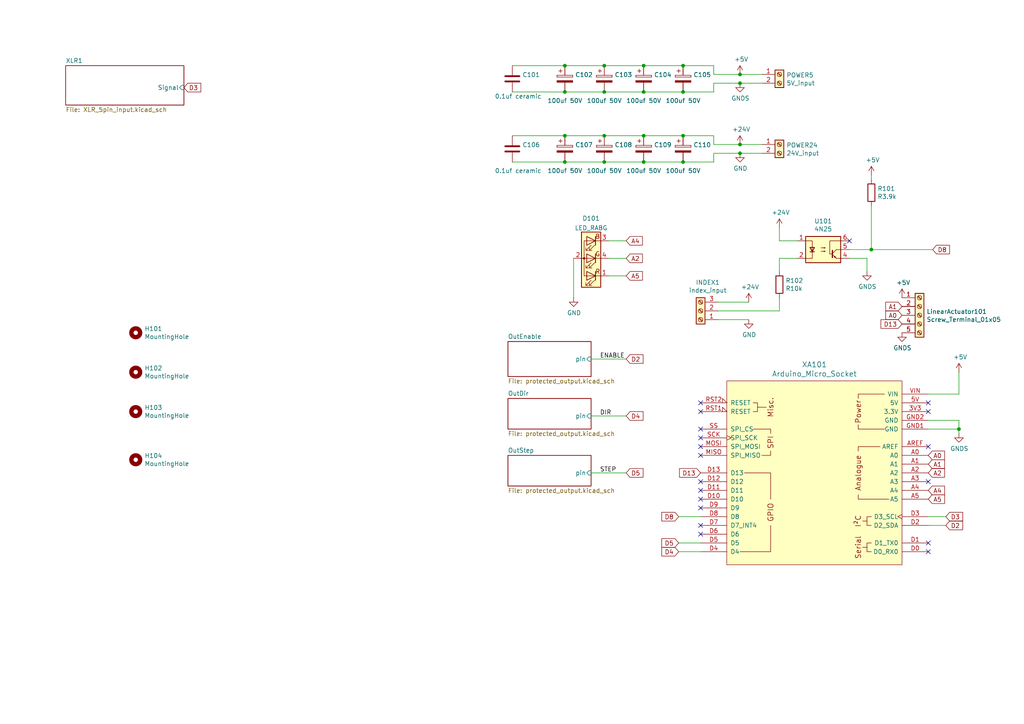
<source format=kicad_sch>
(kicad_sch (version 20210621) (generator eeschema)
  (paper "A4")
  (lib_symbols
    (symbol "Connector:Screw_Terminal_01x02" (pin_names (offset 1.016) hide)
      (property "Reference" "J" (at 0 2.54 0))
      (property "Value" "Screw_Terminal_01x02" (at 0 -5.08 0))
      (symbol "Screw_Terminal_01x02_1_1"
        (rectangle (start -1.27 1.27) (end 1.27 -3.81) (stroke (width 0.254)) (fill (type background)))
        (circle (center 0 -2.54) (radius 0.635) (stroke (width 0.1524)) (stroke (width 0.1524)))
        (polyline (pts (xy -0.5334 -2.2098) (xy 0.3302 -3.048)) (stroke (width 0.1524)))
        (polyline (pts (xy -0.5334 0.3302) (xy 0.3302 -0.508)) (stroke (width 0.1524)))
        (polyline (pts (xy -0.3556 -2.032) (xy 0.508 -2.8702)) (stroke (width 0.1524)))
        (polyline (pts (xy -0.3556 0.508) (xy 0.508 -0.3302)) (stroke (width 0.1524)))
        (circle (center 0 0) (radius 0.635) (stroke (width 0.1524)) (stroke (width 0.1524)))
        (pin passive line (at -5.08 0 0) (length 3.81) (name "Pin_1") (number "1"))
        (pin passive line (at -5.08 -2.54 0) (length 3.81) (name "Pin_2") (number "2"))
      )
    )
    (symbol "Connector:Screw_Terminal_01x03" (pin_names (offset 1.016) hide)
      (property "Reference" "J" (at 0 5.08 0))
      (property "Value" "Screw_Terminal_01x03" (at 0 -5.08 0))
      (symbol "Screw_Terminal_01x03_1_1"
        (rectangle (start -1.27 3.81) (end 1.27 -3.81) (stroke (width 0.254)) (fill (type background)))
        (circle (center 0 -2.54) (radius 0.635) (stroke (width 0.1524)) (stroke (width 0.1524)))
        (polyline (pts (xy -0.5334 -2.2098) (xy 0.3302 -3.048)) (stroke (width 0.1524)))
        (polyline (pts (xy -0.5334 0.3302) (xy 0.3302 -0.508)) (stroke (width 0.1524)))
        (polyline (pts (xy -0.5334 2.8702) (xy 0.3302 2.032)) (stroke (width 0.1524)))
        (polyline (pts (xy -0.3556 -2.032) (xy 0.508 -2.8702)) (stroke (width 0.1524)))
        (polyline (pts (xy -0.3556 0.508) (xy 0.508 -0.3302)) (stroke (width 0.1524)))
        (polyline (pts (xy -0.3556 3.048) (xy 0.508 2.2098)) (stroke (width 0.1524)))
        (circle (center 0 0) (radius 0.635) (stroke (width 0.1524)) (stroke (width 0.1524)))
        (circle (center 0 2.54) (radius 0.635) (stroke (width 0.1524)) (stroke (width 0.1524)))
        (pin passive line (at -5.08 2.54 0) (length 3.81) (name "Pin_1") (number "1"))
        (pin passive line (at -5.08 0 0) (length 3.81) (name "Pin_2") (number "2"))
        (pin passive line (at -5.08 -2.54 0) (length 3.81) (name "Pin_3") (number "3"))
      )
    )
    (symbol "Connector:Screw_Terminal_01x05" (pin_names (offset 1.016) hide)
      (property "Reference" "J" (at 0 7.62 0))
      (property "Value" "Screw_Terminal_01x05" (at 0 -7.62 0))
      (symbol "Screw_Terminal_01x05_1_1"
        (rectangle (start -1.27 6.35) (end 1.27 -6.35) (stroke (width 0.254)) (fill (type background)))
        (circle (center 0 -5.08) (radius 0.635) (stroke (width 0.1524)) (stroke (width 0.1524)))
        (circle (center 0 -2.54) (radius 0.635) (stroke (width 0.1524)) (stroke (width 0.1524)))
        (polyline (pts (xy -0.5334 -4.7498) (xy 0.3302 -5.588)) (stroke (width 0.1524)))
        (polyline (pts (xy -0.5334 -2.2098) (xy 0.3302 -3.048)) (stroke (width 0.1524)))
        (polyline (pts (xy -0.5334 0.3302) (xy 0.3302 -0.508)) (stroke (width 0.1524)))
        (polyline (pts (xy -0.5334 2.8702) (xy 0.3302 2.032)) (stroke (width 0.1524)))
        (polyline (pts (xy -0.5334 5.4102) (xy 0.3302 4.572)) (stroke (width 0.1524)))
        (polyline (pts (xy -0.3556 -4.572) (xy 0.508 -5.4102)) (stroke (width 0.1524)))
        (polyline (pts (xy -0.3556 -2.032) (xy 0.508 -2.8702)) (stroke (width 0.1524)))
        (polyline (pts (xy -0.3556 0.508) (xy 0.508 -0.3302)) (stroke (width 0.1524)))
        (polyline (pts (xy -0.3556 3.048) (xy 0.508 2.2098)) (stroke (width 0.1524)))
        (polyline (pts (xy -0.3556 5.588) (xy 0.508 4.7498)) (stroke (width 0.1524)))
        (circle (center 0 0) (radius 0.635) (stroke (width 0.1524)) (stroke (width 0.1524)))
        (circle (center 0 2.54) (radius 0.635) (stroke (width 0.1524)) (stroke (width 0.1524)))
        (circle (center 0 5.08) (radius 0.635) (stroke (width 0.1524)) (stroke (width 0.1524)))
        (pin passive line (at -5.08 5.08 0) (length 3.81) (name "Pin_1") (number "1"))
        (pin passive line (at -5.08 2.54 0) (length 3.81) (name "Pin_2") (number "2"))
        (pin passive line (at -5.08 0 0) (length 3.81) (name "Pin_3") (number "3"))
        (pin passive line (at -5.08 -2.54 0) (length 3.81) (name "Pin_4") (number "4"))
        (pin passive line (at -5.08 -5.08 0) (length 3.81) (name "Pin_5") (number "5"))
      )
    )
    (symbol "Device:C" (pin_numbers hide) (pin_names (offset 0.254))
      (property "Reference" "C" (at 0.635 2.54 0))
      (property "Value" "C" (at 0.635 -2.54 0))
      (symbol "C_0_1"
        (polyline (pts (xy -2.032 -0.762) (xy 2.032 -0.762)) (stroke (width 0.508)))
        (polyline (pts (xy -2.032 0.762) (xy 2.032 0.762)) (stroke (width 0.508)))
      )
      (symbol "C_1_1"
        (pin passive line (at 0 3.81 270) (length 2.794) (name "~") (number "1"))
        (pin passive line (at 0 -3.81 90) (length 2.794) (name "~") (number "2"))
      )
    )
    (symbol "Device:CP" (pin_numbers hide) (pin_names (offset 0.254))
      (property "Reference" "C" (at 0.635 2.54 0))
      (property "Value" "CP" (at 0.635 -2.54 0))
      (symbol "CP_0_1"
        (rectangle (start -2.286 0.508) (end -2.286 1.016))
        (rectangle (start -2.286 0.508) (end 2.286 0.508))
        (polyline (pts (xy -1.778 2.286) (xy -0.762 2.286)))
        (polyline (pts (xy -1.27 2.794) (xy -1.27 1.778)))
        (rectangle (start 2.286 -0.508) (end -2.286 -1.016) (fill (type outline)))
        (rectangle (start 2.286 1.016) (end -2.286 1.016))
        (rectangle (start 2.286 1.016) (end 2.286 0.508))
      )
      (symbol "CP_1_1"
        (pin passive line (at 0 3.81 270) (length 2.794) (name "~") (number "1"))
        (pin passive line (at 0 -3.81 90) (length 2.794) (name "~") (number "2"))
      )
    )
    (symbol "Device:LED_RABG" (pin_names (offset 0) hide)
      (property "Reference" "D" (at 0 9.398 0))
      (property "Value" "LED_RABG" (at 0 -8.89 0))
      (symbol "LED_RABG_0_0"
        (text "B" (at -1.905 -6.35 0) (effects (font (size 1.27 1.27))))
        (text "G" (at -1.905 -1.27 0) (effects (font (size 1.27 1.27))))
        (text "R" (at -1.905 3.81 0) (effects (font (size 1.27 1.27))))
      )
      (symbol "LED_RABG_0_1"
        (polyline (pts (xy -1.27 -5.08) (xy -2.54 -5.08)))
        (polyline (pts (xy -1.27 -5.08) (xy 1.27 -5.08)))
        (polyline (pts (xy -1.27 -3.81) (xy -1.27 -6.35)))
        (polyline (pts (xy -1.27 -3.81) (xy -1.27 -6.35)) (stroke (width 0.2032)))
        (polyline (pts (xy -1.27 0) (xy -2.54 0)))
        (polyline (pts (xy -1.27 0) (xy 1.27 0)))
        (polyline (pts (xy -1.27 1.27) (xy -1.27 -1.27)) (stroke (width 0.2032)))
        (polyline (pts (xy -1.27 5.08) (xy -2.54 5.08)))
        (polyline (pts (xy -1.27 6.35) (xy -1.27 3.81)) (stroke (width 0.2032)))
        (polyline (pts (xy 1.27 0) (xy 2.54 0)))
        (polyline (pts (xy 1.27 5.08) (xy -1.27 5.08)))
        (polyline (pts (xy -1.27 1.27) (xy -1.27 -1.27) (xy -1.27 -1.27)))
        (polyline (pts (xy -1.27 6.35) (xy -1.27 3.81) (xy -1.27 3.81)))
        (polyline (pts (xy 1.27 -5.08) (xy 2.032 -5.08) (xy 2.032 5.08) (xy 1.27 5.08)))
        (polyline (pts (xy 1.27 -3.81) (xy 1.27 -6.35) (xy -1.27 -5.08) (xy 1.27 -3.81)) (stroke (width 0.2032)))
        (polyline (pts (xy 1.27 1.27) (xy 1.27 -1.27) (xy -1.27 0) (xy 1.27 1.27)) (stroke (width 0.2032)))
        (polyline (pts (xy 1.27 6.35) (xy 1.27 3.81) (xy -1.27 5.08) (xy 1.27 6.35)) (stroke (width 0.2032)))
        (polyline (pts (xy -1.016 -3.81) (xy 0.508 -2.286) (xy -0.254 -2.286) (xy 0.508 -2.286) (xy 0.508 -3.048)))
        (polyline (pts (xy -1.016 1.27) (xy 0.508 2.794) (xy -0.254 2.794) (xy 0.508 2.794) (xy 0.508 2.032)))
        (polyline (pts (xy -1.016 6.35) (xy 0.508 7.874) (xy -0.254 7.874) (xy 0.508 7.874) (xy 0.508 7.112)))
        (polyline (pts (xy 0 -3.81) (xy 1.524 -2.286) (xy 0.762 -2.286) (xy 1.524 -2.286) (xy 1.524 -3.048)))
        (polyline (pts (xy 0 1.27) (xy 1.524 2.794) (xy 0.762 2.794) (xy 1.524 2.794) (xy 1.524 2.032)))
        (polyline (pts (xy 0 6.35) (xy 1.524 7.874) (xy 0.762 7.874) (xy 1.524 7.874) (xy 1.524 7.112)))
        (rectangle (start 1.27 -1.27) (end 1.27 1.27))
        (rectangle (start 1.27 1.27) (end 1.27 1.27))
        (rectangle (start 1.27 3.81) (end 1.27 6.35))
        (rectangle (start 1.27 6.35) (end 1.27 6.35))
        (circle (center 2.032 0) (radius 0.254) (fill (type outline)))
        (rectangle (start 2.794 8.382) (end -2.794 -7.62) (stroke (width 0.254)) (fill (type background)))
      )
      (symbol "LED_RABG_1_1"
        (pin passive line (at -5.08 5.08 0) (length 2.54) (name "RK") (number "1"))
        (pin passive line (at 5.08 0 180) (length 2.54) (name "A") (number "2"))
        (pin passive line (at -5.08 -5.08 0) (length 2.54) (name "BK") (number "3"))
        (pin passive line (at -5.08 0 0) (length 2.54) (name "GK") (number "4"))
      )
    )
    (symbol "Device:R" (pin_numbers hide) (pin_names (offset 0))
      (property "Reference" "R" (at 2.032 0 90))
      (property "Value" "R" (at 0 0 90))
      (symbol "R_0_1"
        (rectangle (start -1.016 -2.54) (end 1.016 2.54) (stroke (width 0.254)))
      )
      (symbol "R_1_1"
        (pin passive line (at 0 3.81 270) (length 1.27) (name "~") (number "1"))
        (pin passive line (at 0 -3.81 90) (length 1.27) (name "~") (number "2"))
      )
    )
    (symbol "Isolator:4N25" (pin_names (offset 1.016))
      (property "Reference" "U" (at -5.08 5.08 0))
      (property "Value" "4N25" (at 0 5.08 0))
      (symbol "4N25_0_1"
        (rectangle (start -5.08 3.81) (end 5.08 -3.81) (stroke (width 0.254)) (fill (type background)))
        (polyline (pts (xy -3.81 -0.635) (xy -2.54 -0.635)) (stroke (width 0.254)))
        (polyline (pts (xy 2.667 -1.397) (xy 3.81 -2.54)))
        (polyline (pts (xy 2.667 -1.143) (xy 3.81 0)))
        (polyline (pts (xy 3.81 -2.54) (xy 5.08 -2.54)))
        (polyline (pts (xy 3.81 0) (xy 5.08 0)))
        (polyline (pts (xy 2.667 -0.254) (xy 2.667 -2.286) (xy 2.667 -2.286)) (stroke (width 0.3556)))
        (polyline (pts (xy -5.08 -2.54) (xy -3.175 -2.54) (xy -3.175 2.54) (xy -5.08 2.54)))
        (polyline (pts (xy -3.175 -0.635) (xy -3.81 0.635) (xy -2.54 0.635) (xy -3.175 -0.635)) (stroke (width 0.254)))
        (polyline (pts (xy 3.683 -2.413) (xy 3.429 -1.905) (xy 3.175 -2.159) (xy 3.683 -2.413)))
        (polyline (pts (xy 5.08 2.54) (xy 1.905 2.54) (xy 1.905 -1.27) (xy 2.54 -1.27)))
        (polyline (pts (xy -0.635 -0.508) (xy 0.635 -0.508) (xy 0.254 -0.635) (xy 0.254 -0.381) (xy 0.635 -0.508)))
        (polyline (pts (xy -0.635 0.508) (xy 0.635 0.508) (xy 0.254 0.381) (xy 0.254 0.635) (xy 0.635 0.508)))
      )
      (symbol "4N25_1_1"
        (pin passive line (at -7.62 2.54 0) (length 2.54) (name "~") (number "1"))
        (pin passive line (at -7.62 -2.54 0) (length 2.54) (name "~") (number "2"))
        (pin no_connect line (at -5.08 0 0) (length 2.54) hide (name "NC") (number "3"))
        (pin passive line (at 7.62 -2.54 180) (length 2.54) (name "~") (number "4"))
        (pin passive line (at 7.62 0 180) (length 2.54) (name "~") (number "5"))
        (pin passive line (at 7.62 2.54 180) (length 2.54) (name "~") (number "6"))
      )
    )
    (symbol "Mechanical:MountingHole" (pin_names (offset 1.016))
      (property "Reference" "H" (at 0 5.08 0))
      (property "Value" "MountingHole" (at 0 3.175 0))
      (symbol "MountingHole_0_1"
        (circle (center 0 0) (radius 1.27) (stroke (width 1.27)) (stroke (width 1.27)))
      )
    )
    (symbol "arduino:Arduino_Micro_Socket" (pin_names (offset 1.016))
      (property "Reference" "XA" (at 2.54 0 90))
      (property "Value" "Arduino_Micro_Socket" (at -2.54 0 90))
      (symbol "Arduino_Micro_Socket_0_0"
        (rectangle (start -25.4 26.67) (end 25.4 -26.67) (fill (type background)))
        (polyline (pts (xy -15.24 13.97) (xy -13.97 13.97)))
        (polyline (pts (xy -15.24 21.59) (xy -13.97 21.59)))
        (polyline (pts (xy 16.51 -19.05) (xy 13.97 -19.05)))
        (polyline (pts (xy -20.32 -22.86) (xy -12.7 -22.86) (xy -12.7 -21.59)))
        (polyline (pts (xy -12.7 -13.97) (xy -12.7 -12.7) (xy -20.32 -12.7)))
        (polyline (pts (xy -12.7 -6.35) (xy -12.7 -7.62) (xy -19.05 -7.62)))
        (polyline (pts (xy -12.7 6.35) (xy -12.7 7.62) (xy -21.59 7.62)))
        (polyline (pts (xy 12.7 -11.43) (xy 12.7 -12.7) (xy 17.78 -12.7)))
        (polyline (pts (xy 12.7 7.62) (xy 12.7 0) (xy 20.32 0)))
        (polyline (pts (xy 15.24 -5.08) (xy 12.7 -5.08) (xy 12.7 -6.35)))
        (polyline (pts (xy 21.59 22.86) (xy 12.7 22.86) (xy 12.7 15.24)))
        (polyline (pts (xy -16.51 15.24) (xy -15.24 15.24) (xy -15.24 12.7) (xy -16.51 12.7)))
        (polyline (pts (xy -16.51 22.86) (xy -15.24 22.86) (xy -15.24 20.32) (xy -16.51 20.32)))
        (text "Analogue" (at -12.7 0 900) (effects (font (size 1.524 1.524))))
        (text "I²C" (at -12.7 13.97 900) (effects (font (size 1.524 1.524))))
        (text "Misc." (at 12.7 -19.05 900) (effects (font (size 1.524 1.524))))
        (text "Power" (at -12.7 -17.78 900) (effects (font (size 1.524 1.524))))
        (text "Serial" (at -12.7 21.59 900) (effects (font (size 1.524 1.524))))
        (text "SPI" (at 12.7 -8.89 900) (effects (font (size 1.524 1.524))))
      )
      (symbol "Arduino_Micro_Socket_0_1"
        (polyline (pts (xy 17.78 -17.78) (xy 16.51 -17.78) (xy 16.51 -20.32) (xy 17.78 -20.32)))
      )
      (symbol "Arduino_Micro_Socket_1_0"
        (text "GPIO" (at 12.7 11.43 900) (effects (font (size 1.524 1.524))))
      )
      (symbol "Arduino_Micro_Socket_1_1"
        (pin power_in line (at -33.02 -17.78 0) (length 7.62) (name "3.3V") (number "3V3"))
        (pin power_in line (at -33.02 -20.32 0) (length 7.62) (name "5V") (number "5V"))
        (pin bidirectional line (at -33.02 -5.08 0) (length 7.62) (name "A0") (number "A0"))
        (pin bidirectional line (at -33.02 -2.54 0) (length 7.62) (name "A1") (number "A1"))
        (pin bidirectional line (at -33.02 0 0) (length 7.62) (name "A2") (number "A2"))
        (pin bidirectional line (at -33.02 2.54 0) (length 7.62) (name "A3") (number "A3"))
        (pin bidirectional line (at -33.02 5.08 0) (length 7.62) (name "A4") (number "A4"))
        (pin bidirectional line (at -33.02 7.62 0) (length 7.62) (name "A5") (number "A5"))
        (pin input line (at -33.02 -7.62 0) (length 7.62) (name "AREF") (number "AREF"))
        (pin bidirectional line (at -33.02 22.86 0) (length 7.62) (name "D0_RX0") (number "D0"))
        (pin bidirectional line (at -33.02 20.32 0) (length 7.62) (name "D1_TX0") (number "D1"))
        (pin bidirectional line (at 33.02 7.62 180) (length 7.62) (name "D10") (number "D10"))
        (pin bidirectional line (at 33.02 5.08 180) (length 7.62) (name "D11") (number "D11"))
        (pin bidirectional line (at 33.02 2.54 180) (length 7.62) (name "D12") (number "D12"))
        (pin bidirectional line (at 33.02 0 180) (length 7.62) (name "D13") (number "D13"))
        (pin bidirectional line (at -33.02 15.24 0) (length 7.62) (name "D2_SDA") (number "D2"))
        (pin bidirectional clock (at -33.02 12.7 0) (length 7.62) (name "D3_SCL") (number "D3"))
        (pin bidirectional line (at 33.02 22.86 180) (length 7.62) (name "D4") (number "D4"))
        (pin bidirectional line (at 33.02 20.32 180) (length 7.62) (name "D5") (number "D5"))
        (pin bidirectional line (at 33.02 17.78 180) (length 7.62) (name "D6") (number "D6"))
        (pin bidirectional line (at 33.02 15.24 180) (length 7.62) (name "D7_INT4") (number "D7"))
        (pin bidirectional line (at 33.02 12.7 180) (length 7.62) (name "D8") (number "D8"))
        (pin bidirectional line (at 33.02 10.16 180) (length 7.62) (name "D9") (number "D9"))
        (pin power_in line (at -33.02 -12.7 0) (length 7.62) (name "GND") (number "GND1"))
        (pin power_in line (at -33.02 -15.24 0) (length 7.62) (name "GND") (number "GND2"))
        (pin input line (at 33.02 -5.08 180) (length 7.62) (name "SPI_MISO") (number "MISO"))
        (pin output line (at 33.02 -7.62 180) (length 7.62) (name "SPI_MOSI") (number "MOSI"))
        (pin open_collector input_low (at 33.02 -17.78 180) (length 7.62) (name "RESET") (number "RST1"))
        (pin open_collector input_low (at 33.02 -20.32 180) (length 7.62) (name "RESET") (number "RST2"))
        (pin output clock (at 33.02 -10.16 180) (length 7.62) (name "SPI_SCK") (number "SCK"))
        (pin bidirectional line (at 33.02 -12.7 180) (length 7.62) (name "SPI_CS") (number "SS"))
        (pin power_in line (at -33.02 -22.86 0) (length 7.62) (name "VIN") (number "VIN"))
      )
    )
    (symbol "power:+24V" (power) (pin_names (offset 0))
      (property "Value" "+24V" (at 0 3.556 0))
      (symbol "+24V_0_1"
        (polyline (pts (xy -0.762 1.27) (xy 0 2.54)))
        (polyline (pts (xy 0 0) (xy 0 2.54)))
        (polyline (pts (xy 0 2.54) (xy 0.762 1.27)))
      )
      (symbol "+24V_1_1"
        (pin power_in line (at 0 0 90) (length 0) hide (name "+24V") (number "1"))
      )
    )
    (symbol "power:+5V" (power) (pin_names (offset 0))
      (property "Value" "+5V" (at 0 3.556 0))
      (symbol "+5V_0_1"
        (polyline (pts (xy -0.762 1.27) (xy 0 2.54)))
        (polyline (pts (xy 0 0) (xy 0 2.54)))
        (polyline (pts (xy 0 2.54) (xy 0.762 1.27)))
      )
      (symbol "+5V_1_1"
        (pin power_in line (at 0 0 90) (length 0) hide (name "+5V") (number "1"))
      )
    )
    (symbol "power:GND" (power) (pin_names (offset 0))
      (property "Value" "GND" (at 0 -3.81 0))
      (symbol "GND_0_1"
        (polyline (pts (xy 0 0) (xy 0 -1.27) (xy 1.27 -1.27) (xy 0 -2.54) (xy -1.27 -1.27) (xy 0 -1.27)))
      )
      (symbol "GND_1_1"
        (pin power_in line (at 0 0 270) (length 0) hide (name "GND") (number "1"))
      )
    )
    (symbol "power:GNDS" (power) (pin_names (offset 0))
      (property "Value" "GNDS" (at 0 -3.81 0))
      (symbol "GNDS_0_1"
        (polyline (pts (xy 0 0) (xy 0 -1.27) (xy 1.27 -1.27) (xy 0 -2.54) (xy -1.27 -1.27) (xy 0 -1.27)))
      )
      (symbol "GNDS_1_1"
        (pin power_in line (at 0 0 270) (length 0) hide (name "GNDS") (number "1"))
      )
    )
  )
  (junction (at 163.83 19.05))
  (junction (at 163.83 26.67))
  (junction (at 163.83 39.37))
  (junction (at 163.83 46.99))
  (junction (at 175.26 19.05))
  (junction (at 175.26 26.67))
  (junction (at 175.26 39.37))
  (junction (at 175.26 46.99))
  (junction (at 186.69 19.05))
  (junction (at 186.69 26.67))
  (junction (at 186.69 39.37))
  (junction (at 186.69 46.99))
  (junction (at 198.12 19.05))
  (junction (at 198.12 26.67))
  (junction (at 198.12 39.37))
  (junction (at 198.12 46.99))
  (junction (at 214.63 21.59))
  (junction (at 214.63 24.13))
  (junction (at 214.63 41.91))
  (junction (at 214.63 44.45))
  (junction (at 252.73 72.39))
  (junction (at 278.13 124.46))
  (no_connect (at 203.2 116.84))
  (no_connect (at 203.2 119.38))
  (no_connect (at 203.2 124.46))
  (no_connect (at 203.2 127))
  (no_connect (at 203.2 129.54))
  (no_connect (at 203.2 132.08))
  (no_connect (at 203.2 139.7))
  (no_connect (at 203.2 142.24))
  (no_connect (at 203.2 144.78))
  (no_connect (at 203.2 147.32))
  (no_connect (at 203.2 152.4))
  (no_connect (at 203.2 154.94))
  (no_connect (at 246.38 69.85))
  (no_connect (at 269.24 116.84))
  (no_connect (at 269.24 119.38))
  (no_connect (at 269.24 129.54))
  (no_connect (at 269.24 139.7))
  (no_connect (at 269.24 157.48))
  (no_connect (at 269.24 160.02))
  (wire (pts (xy 148.59 19.05) (xy 163.83 19.05)))
  (wire (pts (xy 148.59 26.67) (xy 163.83 26.67)))
  (wire (pts (xy 163.83 19.05) (xy 175.26 19.05)))
  (wire (pts (xy 163.83 26.67) (xy 175.26 26.67)))
  (wire (pts (xy 163.83 39.37) (xy 148.59 39.37)))
  (wire (pts (xy 163.83 46.99) (xy 148.59 46.99)))
  (wire (pts (xy 166.37 74.93) (xy 166.37 86.36)))
  (wire (pts (xy 171.45 120.65) (xy 181.61 120.65)))
  (wire (pts (xy 175.26 19.05) (xy 186.69 19.05)))
  (wire (pts (xy 175.26 26.67) (xy 186.69 26.67)))
  (wire (pts (xy 175.26 39.37) (xy 163.83 39.37)))
  (wire (pts (xy 175.26 46.99) (xy 163.83 46.99)))
  (wire (pts (xy 176.53 69.85) (xy 181.61 69.85)))
  (wire (pts (xy 176.53 74.93) (xy 181.61 74.93)))
  (wire (pts (xy 176.53 80.01) (xy 181.61 80.01)))
  (wire (pts (xy 181.61 104.14) (xy 171.45 104.14)))
  (wire (pts (xy 181.61 137.16) (xy 171.45 137.16)))
  (wire (pts (xy 186.69 19.05) (xy 198.12 19.05)))
  (wire (pts (xy 186.69 26.67) (xy 198.12 26.67)))
  (wire (pts (xy 186.69 39.37) (xy 175.26 39.37)))
  (wire (pts (xy 186.69 46.99) (xy 175.26 46.99)))
  (wire (pts (xy 198.12 19.05) (xy 207.01 19.05)))
  (wire (pts (xy 198.12 26.67) (xy 207.01 26.67)))
  (wire (pts (xy 198.12 39.37) (xy 186.69 39.37)))
  (wire (pts (xy 198.12 46.99) (xy 186.69 46.99)))
  (wire (pts (xy 203.2 149.86) (xy 196.85 149.86)))
  (wire (pts (xy 203.2 157.48) (xy 196.85 157.48)))
  (wire (pts (xy 203.2 160.02) (xy 196.85 160.02)))
  (wire (pts (xy 207.01 21.59) (xy 207.01 19.05)))
  (wire (pts (xy 207.01 21.59) (xy 214.63 21.59)))
  (wire (pts (xy 207.01 24.13) (xy 207.01 26.67)))
  (wire (pts (xy 207.01 39.37) (xy 198.12 39.37)))
  (wire (pts (xy 207.01 41.91) (xy 207.01 39.37)))
  (wire (pts (xy 207.01 44.45) (xy 207.01 46.99)))
  (wire (pts (xy 207.01 46.99) (xy 198.12 46.99)))
  (wire (pts (xy 208.28 87.63) (xy 217.17 87.63)))
  (wire (pts (xy 214.63 24.13) (xy 207.01 24.13)))
  (wire (pts (xy 214.63 41.91) (xy 207.01 41.91)))
  (wire (pts (xy 214.63 44.45) (xy 207.01 44.45)))
  (wire (pts (xy 217.17 92.71) (xy 208.28 92.71)))
  (wire (pts (xy 220.98 21.59) (xy 214.63 21.59)))
  (wire (pts (xy 220.98 24.13) (xy 214.63 24.13)))
  (wire (pts (xy 220.98 41.91) (xy 214.63 41.91)))
  (wire (pts (xy 220.98 44.45) (xy 214.63 44.45)))
  (wire (pts (xy 226.06 69.85) (xy 226.06 66.04)))
  (wire (pts (xy 226.06 74.93) (xy 226.06 78.74)))
  (wire (pts (xy 226.06 86.36) (xy 226.06 90.17)))
  (wire (pts (xy 226.06 90.17) (xy 208.28 90.17)))
  (wire (pts (xy 231.14 69.85) (xy 226.06 69.85)))
  (wire (pts (xy 231.14 74.93) (xy 226.06 74.93)))
  (wire (pts (xy 246.38 72.39) (xy 252.73 72.39)))
  (wire (pts (xy 246.38 74.93) (xy 251.46 74.93)))
  (wire (pts (xy 251.46 74.93) (xy 251.46 78.74)))
  (wire (pts (xy 252.73 50.8) (xy 252.73 52.07)))
  (wire (pts (xy 252.73 72.39) (xy 252.73 59.69)))
  (wire (pts (xy 252.73 72.39) (xy 270.51 72.39)))
  (wire (pts (xy 269.24 121.92) (xy 278.13 121.92)))
  (wire (pts (xy 269.24 124.46) (xy 278.13 124.46)))
  (wire (pts (xy 269.24 152.4) (xy 274.32 152.4)))
  (wire (pts (xy 274.32 149.86) (xy 269.24 149.86)))
  (wire (pts (xy 278.13 107.95) (xy 278.13 114.3)))
  (wire (pts (xy 278.13 114.3) (xy 269.24 114.3)))
  (wire (pts (xy 278.13 121.92) (xy 278.13 124.46)))
  (wire (pts (xy 278.13 124.46) (xy 278.13 125.73)))
  (label "ENABLE" (at 173.99 104.14 0))
  (label "DIR" (at 173.99 120.65 0))
  (label "STEP" (at 173.99 137.16 0))
  (global_label "D3" (shape input) (at 53.34 25.4 0) (property "Intersheet References" "${INTERSHEET_REFS}" (effects hide)))
  (global_label "A4" (shape input) (at 181.61 69.85 0) (property "Intersheet References" "${INTERSHEET_REFS}" (effects hide)))
  (global_label "A2" (shape input) (at 181.61 74.93 0) (property "Intersheet References" "${INTERSHEET_REFS}" (effects hide)))
  (global_label "A5" (shape input) (at 181.61 80.01 0) (property "Intersheet References" "${INTERSHEET_REFS}" (effects hide)))
  (global_label "D2" (shape input) (at 181.61 104.14 0) (property "Intersheet References" "${INTERSHEET_REFS}" (effects hide)))
  (global_label "D4" (shape input) (at 181.61 120.65 0) (property "Intersheet References" "${INTERSHEET_REFS}" (effects hide)))
  (global_label "D5" (shape input) (at 181.61 137.16 0) (property "Intersheet References" "${INTERSHEET_REFS}" (effects hide)))
  (global_label "D8" (shape input) (at 196.85 149.86 180) (property "Intersheet References" "${INTERSHEET_REFS}" (effects hide)))
  (global_label "D5" (shape input) (at 196.85 157.48 180) (property "Intersheet References" "${INTERSHEET_REFS}" (effects hide)))
  (global_label "D4" (shape input) (at 196.85 160.02 180) (property "Intersheet References" "${INTERSHEET_REFS}" (effects hide)))
  (global_label "D13" (shape input) (at 203.2 137.16 180) (property "Intersheet References" "${INTERSHEET_REFS}" (effects hide)))
  (global_label "A1" (shape input) (at 261.62 88.9 180) (property "Intersheet References" "${INTERSHEET_REFS}" (effects hide)))
  (global_label "A0" (shape input) (at 261.62 91.44 180) (property "Intersheet References" "${INTERSHEET_REFS}" (effects hide)))
  (global_label "D13" (shape input) (at 261.62 93.98 180) (property "Intersheet References" "${INTERSHEET_REFS}" (effects hide)))
  (global_label "A0" (shape input) (at 269.24 132.08 0) (property "Intersheet References" "${INTERSHEET_REFS}" (effects hide)))
  (global_label "A1" (shape input) (at 269.24 134.62 0) (property "Intersheet References" "${INTERSHEET_REFS}" (effects hide)))
  (global_label "A2" (shape input) (at 269.24 137.16 0) (property "Intersheet References" "${INTERSHEET_REFS}" (effects hide)))
  (global_label "A4" (shape input) (at 269.24 142.24 0) (property "Intersheet References" "${INTERSHEET_REFS}" (effects hide)))
  (global_label "A5" (shape input) (at 269.24 144.78 0) (property "Intersheet References" "${INTERSHEET_REFS}" (effects hide)))
  (global_label "D8" (shape input) (at 270.51 72.39 0) (property "Intersheet References" "${INTERSHEET_REFS}" (effects hide)))
  (global_label "D3" (shape input) (at 274.32 149.86 0) (property "Intersheet References" "${INTERSHEET_REFS}" (effects hide)))
  (global_label "D2" (shape input) (at 274.32 152.4 0) (property "Intersheet References" "${INTERSHEET_REFS}" (effects hide)))
  (symbol (lib_id "power:+5V") (at 214.63 21.59 0) (unit 1)
    (property "Reference" "#PWR0101" (effects hide))
    (property "Value" "+5V" (at 215.011 17.1958 0))
  )
  (symbol (lib_id "power:+24V") (at 214.63 41.91 0) (unit 1)
    (property "Reference" "#PWR0104" (effects hide))
    (property "Value" "+24V" (at 215.011 37.5158 0))
  )
  (symbol (lib_id "power:+24V") (at 217.17 87.63 0) (unit 1)
    (property "Reference" "#PWR0106" (effects hide))
    (property "Value" "+24V" (at 217.551 83.2358 0))
  )
  (symbol (lib_id "power:+24V") (at 226.06 66.04 0) (unit 1)
    (property "Reference" "#PWR0105" (effects hide))
    (property "Value" "+24V" (at 226.441 61.6458 0))
  )
  (symbol (lib_id "power:+5V") (at 252.73 50.8 0) (unit 1)
    (property "Reference" "#PWR0109" (effects hide))
    (property "Value" "+5V" (at 253.111 46.4058 0))
  )
  (symbol (lib_id "power:+5V") (at 261.62 86.36 0) (unit 1)
    (property "Reference" "#PWR0115" (effects hide))
    (property "Value" "+5V" (at 262.001 81.9658 0))
  )
  (symbol (lib_id "power:+5V") (at 278.13 107.95 0) (unit 1)
    (property "Reference" "#PWR0112" (effects hide))
    (property "Value" "+5V" (at 278.511 103.5558 0))
  )
  (symbol (lib_id "power:GND") (at 166.37 86.36 0) (unit 1)
    (property "Reference" "#PWR0113" (effects hide))
    (property "Value" "GND" (at 166.497 90.7542 0))
  )
  (symbol (lib_id "power:GNDS") (at 214.63 24.13 0) (unit 1)
    (property "Reference" "#PWR0102" (effects hide))
    (property "Value" "GNDS" (at 214.757 28.5242 0))
  )
  (symbol (lib_id "power:GND") (at 214.63 44.45 0) (unit 1)
    (property "Reference" "#PWR0103" (effects hide))
    (property "Value" "GND" (at 214.757 48.8442 0))
  )
  (symbol (lib_id "power:GND") (at 217.17 92.71 0) (unit 1)
    (property "Reference" "#PWR0107" (effects hide))
    (property "Value" "GND" (at 217.297 97.1042 0))
  )
  (symbol (lib_id "power:GNDS") (at 251.46 78.74 0) (unit 1)
    (property "Reference" "#PWR0108" (effects hide))
    (property "Value" "GNDS" (at 251.587 83.1342 0))
  )
  (symbol (lib_id "power:GNDS") (at 261.62 96.52 0) (unit 1)
    (property "Reference" "#PWR0116" (effects hide))
    (property "Value" "GNDS" (at 261.747 100.9142 0))
  )
  (symbol (lib_id "power:GNDS") (at 278.13 125.73 0) (unit 1)
    (property "Reference" "#PWR0111" (effects hide))
    (property "Value" "GNDS" (at 278.257 130.1242 0))
  )
  (symbol (lib_id "Mechanical:MountingHole") (at 39.37 96.52 0) (unit 1)
    (property "Reference" "H101" (at 41.91 95.3516 0) (effects (justify left)))
    (property "Value" "MountingHole" (at 41.91 97.663 0) (effects (justify left)))
    (property "Footprint" "MountingHole:MountingHole_4.3mm_M4_DIN965_Pad" (effects hide))
  )
  (symbol (lib_id "Mechanical:MountingHole") (at 39.37 107.95 0) (unit 1)
    (property "Reference" "H102" (at 41.91 106.7816 0) (effects (justify left)))
    (property "Value" "MountingHole" (at 41.91 109.093 0) (effects (justify left)))
    (property "Footprint" "MountingHole:MountingHole_4.3mm_M4_DIN965_Pad" (effects hide))
  )
  (symbol (lib_id "Mechanical:MountingHole") (at 39.37 119.38 0) (unit 1)
    (property "Reference" "H103" (at 41.91 118.2116 0) (effects (justify left)))
    (property "Value" "MountingHole" (at 41.91 120.523 0) (effects (justify left)))
    (property "Footprint" "MountingHole:MountingHole_4.3mm_M4_DIN965_Pad" (effects hide))
  )
  (symbol (lib_id "Mechanical:MountingHole") (at 39.37 133.35 0) (unit 1)
    (property "Reference" "H104" (at 41.91 132.1816 0) (effects (justify left)))
    (property "Value" "MountingHole" (at 41.91 134.493 0) (effects (justify left)))
    (property "Footprint" "MountingHole:MountingHole_4.3mm_M4_DIN965_Pad" (effects hide))
  )
  (symbol (lib_id "Device:R") (at 226.06 82.55 0) (unit 1)
    (property "Reference" "R102" (at 227.838 81.3816 0) (effects (justify left)))
    (property "Value" "R10k" (at 227.838 83.693 0) (effects (justify left)))
    (property "Footprint" "Resistor_THT:R_Axial_DIN0204_L3.6mm_D1.6mm_P5.08mm_Horizontal" (effects hide))
  )
  (symbol (lib_id "Device:R") (at 252.73 55.88 0) (unit 1)
    (property "Reference" "R101" (at 254.508 54.7116 0) (effects (justify left)))
    (property "Value" "R3.9k" (at 254.508 57.023 0) (effects (justify left)))
    (property "Footprint" "Resistor_THT:R_Axial_DIN0204_L3.6mm_D1.6mm_P5.08mm_Horizontal" (effects hide))
  )
  (symbol (lib_id "Connector:Screw_Terminal_01x02") (at 226.06 21.59 0) (unit 1)
    (property "Reference" "POWER5" (at 228.092 21.7932 0) (effects (justify left)))
    (property "Value" "5V_input" (at 228.092 24.1046 0) (effects (justify left)))
    (property "Footprint" "TerminalBlock_Phoenix:TerminalBlock_Phoenix_MKDS-1,5-2-5.08_1x02_P5.08mm_Horizontal" (effects hide))
    (property "MFGR" "Phoenix" (effects hide))
    (property "MPN" "1729128" (effects hide))
  )
  (symbol (lib_id "Connector:Screw_Terminal_01x02") (at 226.06 41.91 0) (unit 1)
    (property "Reference" "POWER24" (at 228.092 42.1132 0) (effects (justify left)))
    (property "Value" "24V_input" (at 228.092 44.4246 0) (effects (justify left)))
    (property "Footprint" "TerminalBlock_Phoenix:TerminalBlock_Phoenix_MKDS-1,5-2-5.08_1x02_P5.08mm_Horizontal" (effects hide))
    (property "MFGR" "Phoenix" (effects hide))
    (property "MPN" "1729128" (effects hide))
  )
  (symbol (lib_id "Device:C") (at 148.59 22.86 0) (unit 1)
    (property "Reference" "C101" (at 151.511 21.6916 0) (effects (justify left)))
    (property "Value" "0.1uf ceramic" (at 143.51 27.94 0) (effects (justify left)))
    (property "Footprint" "Capacitor_THT:C_Disc_D5.0mm_W2.5mm_P5.00mm" (effects hide))
    (property "MFGR" "Kemet" (effects hide))
    (property "MPN" "C322C104K5R5TA" (effects hide))
  )
  (symbol (lib_id "Device:C") (at 148.59 43.18 0) (unit 1)
    (property "Reference" "C106" (at 151.511 42.0116 0) (effects (justify left)))
    (property "Value" "0.1uf ceramic" (at 143.51 49.53 0) (effects (justify left)))
    (property "Footprint" "Capacitor_THT:C_Disc_D5.0mm_W2.5mm_P5.00mm" (effects hide))
    (property "MFGR" "Kemet" (effects hide))
    (property "MPN" "C322C104K5R5TA" (effects hide))
  )
  (symbol (lib_id "Device:CP") (at 163.83 22.86 0) (unit 1)
    (property "Reference" "C102" (at 166.8272 21.6916 0) (effects (justify left)))
    (property "Value" "100uf 50V" (at 158.75 29.21 0) (effects (justify left)))
    (property "Footprint" "Capacitor_THT:CP_Radial_D10.0mm_P2.50mm" (effects hide))
    (property "MPN" "ECE-A1HN101U" (effects hide))
  )
  (symbol (lib_id "Device:CP") (at 163.83 43.18 0) (unit 1)
    (property "Reference" "C107" (at 166.8272 42.0116 0) (effects (justify left)))
    (property "Value" "100uf 50V" (at 158.75 49.53 0) (effects (justify left)))
    (property "Footprint" "Capacitor_THT:CP_Radial_D10.0mm_P2.50mm" (effects hide))
    (property "MPN" "ECE-A1HN101U" (effects hide))
  )
  (symbol (lib_id "Device:CP") (at 175.26 22.86 0) (unit 1)
    (property "Reference" "C103" (at 178.2572 21.6916 0) (effects (justify left)))
    (property "Value" "100uf 50V" (at 170.18 29.21 0) (effects (justify left)))
    (property "Footprint" "Capacitor_THT:CP_Radial_D10.0mm_P2.50mm" (effects hide))
    (property "MPN" "ECE-A1HN101U" (effects hide))
  )
  (symbol (lib_id "Device:CP") (at 175.26 43.18 0) (unit 1)
    (property "Reference" "C108" (at 178.2572 42.0116 0) (effects (justify left)))
    (property "Value" "100uf 50V" (at 170.18 49.53 0) (effects (justify left)))
    (property "Footprint" "Capacitor_THT:CP_Radial_D10.0mm_P2.50mm" (effects hide))
    (property "MPN" "ECE-A1HN101U" (effects hide))
  )
  (symbol (lib_id "Device:CP") (at 186.69 22.86 0) (unit 1)
    (property "Reference" "C104" (at 189.6872 21.6916 0) (effects (justify left)))
    (property "Value" "100uf 50V" (at 181.61 29.21 0) (effects (justify left)))
    (property "Footprint" "Capacitor_THT:CP_Radial_D10.0mm_P2.50mm" (effects hide))
    (property "MPN" "ECE-A1HN101U" (effects hide))
  )
  (symbol (lib_id "Device:CP") (at 186.69 43.18 0) (unit 1)
    (property "Reference" "C109" (at 189.6872 42.0116 0) (effects (justify left)))
    (property "Value" "100uf 50V" (at 181.61 49.53 0) (effects (justify left)))
    (property "Footprint" "Capacitor_THT:CP_Radial_D10.0mm_P2.50mm" (effects hide))
    (property "MPN" "ECE-A1HN101U" (effects hide))
  )
  (symbol (lib_id "Device:CP") (at 198.12 22.86 0) (unit 1)
    (property "Reference" "C105" (at 201.1172 21.6916 0) (effects (justify left)))
    (property "Value" "100uf 50V" (at 193.04 29.21 0) (effects (justify left)))
    (property "Footprint" "Capacitor_THT:CP_Radial_D10.0mm_P2.50mm" (effects hide))
    (property "MPN" "ECE-A1HN101U" (effects hide))
  )
  (symbol (lib_id "Device:CP") (at 198.12 43.18 0) (unit 1)
    (property "Reference" "C110" (at 201.1172 42.0116 0) (effects (justify left)))
    (property "Value" "100uf 50V" (at 193.04 49.53 0) (effects (justify left)))
    (property "Footprint" "Capacitor_THT:CP_Radial_D10.0mm_P2.50mm" (effects hide))
    (property "MPN" "ECE-A1HN101U" (effects hide))
  )
  (symbol (lib_id "Connector:Screw_Terminal_01x03") (at 203.2 90.17 180) (unit 1)
    (property "Reference" "INDEX1" (at 205.2828 81.915 0))
    (property "Value" "index_input" (at 205.2828 84.2264 0))
    (property "Footprint" "TerminalBlock_Phoenix:TerminalBlock_Phoenix_MKDS-1,5-3-5.08_1x03_P5.08mm_Horizontal" (effects hide))
    (property "MFGR" "Phoenix" (effects hide))
    (property "MPN" "1729131" (effects hide))
  )
  (symbol (lib_id "Connector:Screw_Terminal_01x05") (at 266.7 91.44 0) (unit 1)
    (property "Reference" "LinearActuator101" (at 268.732 90.3732 0) (effects (justify left)))
    (property "Value" "Screw_Terminal_01x05" (at 268.732 92.6846 0) (effects (justify left)))
    (property "Footprint" "TerminalBlock_Phoenix:TerminalBlock_Phoenix_MKDS-1,5-5-5.08_1x05_P5.08mm_Horizontal" (effects hide))
    (property "MFGR" "Phoenix" (effects hide))
    (property "MPN" "1729157" (effects hide))
  )
  (symbol (lib_id "Isolator:4N25") (at 238.76 72.39 0) (unit 1)
    (property "Reference" "U101" (at 238.76 64.135 0))
    (property "Value" "4N25" (at 238.76 66.4464 0))
    (property "Footprint" "Package_DIP:DIP-6_W7.62mm" (effects hide))
    (property "Datasheet" "https://www.vishay.com/docs/83725/4n25.pdf" (effects hide))
  )
  (symbol (lib_id "Device:LED_RABG") (at 171.45 74.93 180) (unit 1)
    (property "Reference" "D101" (at 171.45 63.3435 0))
    (property "Value" "LED_RABG" (at 171.45 66.1186 0))
    (property "Footprint" "LED_THT:LED_D5.0mm-4_RGB" (effects hide))
  )
  (symbol (lib_id "arduino:Arduino_Micro_Socket") (at 236.22 137.16 180) (unit 1)
    (property "Reference" "XA101" (at 236.22 105.7402 0) (effects (font (size 1.524 1.524))))
    (property "Value" "Arduino_Micro_Socket" (at 236.22 108.4326 0) (effects (font (size 1.524 1.524))))
    (property "Footprint" "Arduino:Arduino_Micro_Socket" (effects hide))
    (property "Datasheet" "https://store.arduino.cc/arduino-micro" (effects hide))
  )
  (sheet (at 147.32 115.57) (size 24.13 8.89)
    (property "Sheet name" "OutDir" (at 147.32 114.8584 0) (effects (justify left bottom)))
    (property "Sheet file" "protected_output.kicad_sch" (at 147.32 125.0446 0) (effects (justify left top)))
    (pin "pin" input (at 171.45 120.65 0))
  )
  (sheet (at 147.32 99.06) (size 24.13 10.16)
    (property "Sheet name" "OutEnable" (at 147.32 98.3484 0) (effects (justify left bottom)))
    (property "Sheet file" "protected_output.kicad_sch" (at 147.32 109.8046 0) (effects (justify left top)))
    (pin "pin" input (at 171.45 104.14 0))
  )
  (sheet (at 147.32 132.08) (size 24.13 8.89)
    (property "Sheet name" "OutStep" (at 147.32 131.3684 0) (effects (justify left bottom)))
    (property "Sheet file" "protected_output.kicad_sch" (at 147.32 141.5546 0) (effects (justify left top)))
    (pin "pin" input (at 171.45 137.16 0))
  )
  (sheet (at 19.05 19.05) (size 34.29 11.43)
    (property "Sheet name" "XLR1" (at 19.05 18.3384 0) (effects (justify left bottom)))
    (property "Sheet file" "XLR_5pin_input.kicad_sch" (at 19.05 31.0646 0) (effects (justify left top)))
    (pin "Signal" input (at 53.34 25.4 0))
  )
)
</source>
